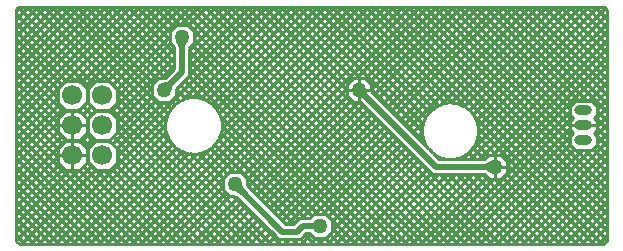
<source format=gbl>
G04*
G04 #@! TF.GenerationSoftware,Altium Limited,Altium Designer,21.6.1 (37)*
G04*
G04 Layer_Physical_Order=2*
G04 Layer_Color=16711680*
%FSLAX25Y25*%
%MOIN*%
G70*
G04*
G04 #@! TF.SameCoordinates,149CC93B-E584-47E2-A3B6-F303EE062418*
G04*
G04*
G04 #@! TF.FilePolarity,Positive*
G04*
G01*
G75*
%ADD13C,0.01000*%
%ADD31C,0.02000*%
%ADD33C,0.06693*%
%ADD34O,0.05906X0.03150*%
%ADD35C,0.05000*%
G36*
X52601Y53155D02*
X52430Y52974D01*
X52277Y52789D01*
X52143Y52602D01*
X52027Y52412D01*
X51929Y52218D01*
X51850Y52022D01*
X51788Y51823D01*
X51745Y51620D01*
X51719Y51415D01*
X51713Y51206D01*
X49238Y53681D01*
X49446Y53688D01*
X49652Y53713D01*
X49854Y53756D01*
X50054Y53818D01*
X50250Y53898D01*
X50443Y53996D01*
X50634Y54112D01*
X50821Y54246D01*
X51005Y54398D01*
X51186Y54569D01*
X52601Y53155D01*
D02*
G37*
G36*
X54118Y65106D02*
X54111Y65355D01*
X54088Y65593D01*
X54051Y65821D01*
X53998Y66037D01*
X53931Y66243D01*
X53848Y66439D01*
X53751Y66623D01*
X53638Y66797D01*
X53511Y66960D01*
X53368Y67112D01*
X56868D01*
X56726Y66960D01*
X56598Y66797D01*
X56486Y66623D01*
X56388Y66439D01*
X56306Y66243D01*
X56238Y66037D01*
X56186Y65821D01*
X56148Y65593D01*
X56126Y65355D01*
X56118Y65106D01*
X54118D01*
D02*
G37*
G36*
X74808Y16297D02*
X74627Y16468D01*
X74443Y16620D01*
X74256Y16754D01*
X74065Y16871D01*
X73872Y16968D01*
X73676Y17048D01*
X73476Y17110D01*
X73274Y17153D01*
X73068Y17178D01*
X72860Y17185D01*
X75335Y19660D01*
X75341Y19452D01*
X75367Y19246D01*
X75410Y19044D01*
X75472Y18844D01*
X75551Y18648D01*
X75649Y18454D01*
X75765Y18264D01*
X75899Y18077D01*
X76052Y17892D01*
X76223Y17711D01*
X74808Y16297D01*
D02*
G37*
G36*
X116147Y47793D02*
X115966Y47964D01*
X115781Y48116D01*
X115594Y48250D01*
X115404Y48367D01*
X115210Y48465D01*
X115014Y48544D01*
X114815Y48606D01*
X114612Y48649D01*
X114407Y48674D01*
X114198Y48681D01*
X116673Y51156D01*
X116680Y50948D01*
X116705Y50742D01*
X116749Y50540D01*
X116810Y50340D01*
X116890Y50144D01*
X116988Y49951D01*
X117104Y49760D01*
X117238Y49573D01*
X117391Y49389D01*
X117561Y49207D01*
X116147Y47793D01*
D02*
G37*
G36*
X155657Y26591D02*
X155906Y26598D01*
X156144Y26621D01*
X156372Y26658D01*
X156588Y26711D01*
X156794Y26778D01*
X156990Y26861D01*
X157174Y26958D01*
X157348Y27071D01*
X157511Y27198D01*
X157664Y27341D01*
Y23841D01*
X157511Y23983D01*
X157348Y24111D01*
X157174Y24223D01*
X156990Y24321D01*
X156794Y24403D01*
X156588Y24471D01*
X156372Y24523D01*
X156144Y24561D01*
X155906Y24583D01*
X155657Y24590D01*
Y26591D01*
D02*
G37*
D13*
X196850Y77740D02*
G03*
X195850Y78740I-1000J0D01*
G01*
Y0D02*
G03*
X196850Y1000I0J1000D01*
G01*
X1000Y78740D02*
G03*
X0Y77740I0J-1000D01*
G01*
Y1000D02*
G03*
X1000Y0I1000J0D01*
G01*
X184426Y78740D02*
X196850Y66316D01*
X181598Y78740D02*
X196850Y63487D01*
X178769Y78740D02*
X196850Y60659D01*
X175941Y78740D02*
X196850Y57831D01*
X173112Y78740D02*
X196850Y55002D01*
X170284Y78740D02*
X196850Y52174D01*
X195740Y78740D02*
X196850Y77630D01*
X192911Y78740D02*
X196850Y74801D01*
X190083Y78740D02*
X196850Y71973D01*
X187255Y78740D02*
X196850Y69144D01*
X164627Y78740D02*
X196850Y46517D01*
X161799Y78740D02*
X196850Y43688D01*
X154147Y28091D02*
X196850Y70794D01*
X161303Y29591D02*
X196850Y65138D01*
X158475Y29591D02*
X196850Y67966D01*
X156142Y78740D02*
X187437Y47445D01*
X158970Y78740D02*
X190265Y47445D01*
X153880Y39138D02*
X193482Y78740D01*
X167455D02*
X196850Y49345D01*
X153937Y36367D02*
X196234Y78664D01*
X150485Y78740D02*
X184524Y44701D01*
X150881Y44624D02*
X184997Y78740D01*
X149243Y45814D02*
X182169Y78740D01*
X153313D02*
X185335Y46719D01*
X152216Y43131D02*
X187826Y78740D01*
X141410Y46467D02*
X173683Y78740D01*
X124953Y44152D02*
X159541Y78740D01*
X123538Y45566D02*
X156713Y78740D01*
X147255Y46654D02*
X179340Y78740D01*
X144784Y47012D02*
X176512Y78740D01*
X147656D02*
X185006Y41390D01*
X142000Y78740D02*
X184678Y36062D01*
X139171Y78740D02*
X184524Y33388D01*
X153237Y41323D02*
X190654Y78740D01*
X148490Y28091D02*
X196850Y76451D01*
X127781Y41323D02*
X165198Y78740D01*
X129195Y39909D02*
X168026Y78740D01*
X126367Y42737D02*
X162370Y78740D01*
X144828D02*
X184524Y39044D01*
X130610Y38495D02*
X170855Y78740D01*
X193429Y44746D02*
X196850Y48167D01*
X192924Y41412D02*
X196850Y45339D01*
X192596Y46741D02*
X196850Y50995D01*
X193429Y44281D02*
X196850Y40860D01*
X193429Y39089D02*
X196850Y42510D01*
X192739Y42143D02*
X196850Y38032D01*
X191892Y47445D02*
X193429Y45908D01*
Y42833D02*
Y45908D01*
X190471Y47445D02*
X196850Y53824D01*
X192467Y41870D02*
X193429Y40907D01*
X192467Y41870D02*
X193429Y42833D01*
Y38624D02*
X196850Y35203D01*
X193429Y33432D02*
X196850Y36853D01*
X193253Y36084D02*
X196850Y39682D01*
X193429Y32967D02*
X196850Y29546D01*
X193429Y35796D02*
X196850Y32375D01*
X193429Y37833D02*
Y40907D01*
X192467Y36870D02*
X193429Y35908D01*
X192467Y36870D02*
X193429Y37833D01*
Y32833D02*
Y35908D01*
X191892Y31295D02*
X193429Y32833D01*
X186061Y47445D02*
X191892D01*
X187643D02*
X196850Y56652D01*
X184524Y45908D02*
X186061Y47445D01*
X188976Y39370D02*
X192929D01*
X185024D02*
X188976D01*
X184524Y42833D02*
X185486Y41870D01*
X184524Y40907D02*
X185486Y41870D01*
X184524Y42833D02*
Y45908D01*
Y37833D02*
X185486Y36870D01*
X184524Y37833D02*
Y40907D01*
Y35908D02*
X185486Y36870D01*
X184524Y32833D02*
Y35908D01*
X162790Y28249D02*
X196850Y62309D01*
X186061Y31295D02*
X191892D01*
X184524Y32833D02*
X186061Y31295D01*
X153825Y35802D02*
X160037Y29591D01*
X153139Y33659D02*
X157328Y29470D01*
X152083Y31887D02*
X155842Y28128D01*
X157449Y29591D02*
X161449D01*
X156006Y28148D02*
X157449Y29591D01*
X116178Y55176D02*
X139742Y78740D01*
X117592Y53762D02*
X142571Y78740D01*
X113355Y55181D02*
X136914Y78740D01*
X119296Y49808D02*
X148228Y78740D01*
X120710Y48394D02*
X151056Y78740D01*
X118173Y51514D02*
X145399Y78740D01*
X116173Y55181D02*
X118173Y53181D01*
Y51329D02*
Y53181D01*
X114173Y51181D02*
Y54681D01*
Y51181D02*
X117673D01*
X114173Y47681D02*
Y51181D01*
X122124Y46980D02*
X153884Y78740D01*
X116544D02*
X149928Y45356D01*
X113716Y78740D02*
X145461Y46995D01*
X147479Y46593D02*
X148912Y46000D01*
X145671Y46983D02*
X147192Y46680D01*
X143821Y47012D02*
X145372D01*
X118254Y50851D02*
X136896Y32208D01*
X118173Y51655D02*
X135974Y33854D01*
X142002Y46680D02*
X143523Y46983D01*
X140282Y46000D02*
X141715Y46593D01*
X112173Y55181D02*
X116173D01*
X110673Y51181D02*
X114173D01*
X91088Y78740D02*
X114647Y55181D01*
X112173Y47181D02*
X114026D01*
X110173Y49181D02*
X112173Y47181D01*
X88260Y78740D02*
X111996Y55004D01*
X85431Y78740D02*
X110582Y53590D01*
X82603Y78740D02*
X110173Y51170D01*
Y49181D02*
Y53181D01*
X112173Y55181D01*
X105230Y78740D02*
X138875Y45095D01*
X102402Y78740D02*
X137416Y43726D01*
X99573Y78740D02*
X136280Y42034D01*
X110887Y78740D02*
X142790Y46837D01*
X108059Y78740D02*
X140648Y46151D01*
X68264Y41203D02*
X105801Y78740D01*
X68437Y38548D02*
X108630Y78740D01*
X67573Y43341D02*
X102973Y78740D01*
X96745D02*
X135485Y40000D01*
X93916Y78740D02*
X135194Y37463D01*
X154000Y37609D02*
Y38384D01*
Y36833D02*
Y37609D01*
X153668Y40204D02*
X153971Y38683D01*
X153668Y35014D02*
X153971Y36535D01*
X152988Y33294D02*
X153581Y34727D01*
X150698Y44806D02*
X151795Y43710D01*
X151985Y43478D02*
X152847Y42188D01*
X149176Y45858D02*
X150466Y44997D01*
X152988Y41924D02*
X153581Y40491D01*
X151985Y31740D02*
X152846Y33029D01*
X150698Y30411D02*
X151795Y31508D01*
X149176Y29359D02*
X150466Y30221D01*
X149022Y29291D02*
X150223Y28091D01*
X147479Y28624D02*
X148912Y29218D01*
X145671Y28235D02*
X147192Y28537D01*
X140282Y29218D02*
X141715Y28624D01*
X140509Y28595D02*
X140883Y28969D01*
X139196Y29908D02*
X140017Y29359D01*
X143821Y28205D02*
X145372D01*
X142002Y28537D02*
X143523Y28235D01*
X138728Y44997D02*
X140017Y45858D01*
X137399Y43710D02*
X138496Y44806D01*
X136347Y42188D02*
X137209Y43478D01*
X135612Y40491D02*
X136206Y41924D01*
X132024Y37081D02*
X135739Y40795D01*
X68446Y39365D02*
Y40140D01*
X135223Y38683D02*
X135526Y40204D01*
X68114Y41960D02*
X68416Y40439D01*
X135194Y37609D02*
Y38384D01*
X68446Y38589D02*
Y39365D01*
X136347Y33029D02*
X136896Y32208D01*
X137209Y31740D01*
X135612Y34727D02*
X136206Y33294D01*
X138728Y30221D02*
X139196Y29908D01*
X137399Y31508D02*
X138496Y30411D01*
X135194Y36833D02*
Y37609D01*
X133438Y35666D02*
X135194Y37422D01*
X68114Y36770D02*
X68416Y38291D01*
X135223Y36535D02*
X135526Y35014D01*
X134852Y34252D02*
X135551Y34951D01*
X163449Y26079D02*
X196850Y59481D01*
Y1000D02*
Y77740D01*
X151318Y28091D02*
X196850Y73623D01*
X192082Y31486D02*
X196850Y26718D01*
X189444Y31295D02*
X196850Y23889D01*
X186616Y31295D02*
X196850Y21061D01*
X150714Y30428D02*
X153051Y28091D01*
X161449Y29591D02*
X163449Y27591D01*
X145855Y0D02*
X184524Y38669D01*
X159449Y25591D02*
Y29091D01*
X146988Y28497D02*
X147395Y28091D01*
X153983Y38473D02*
X192456Y0D01*
X162826D02*
X196850Y34025D01*
X152344Y42940D02*
X195284Y0D01*
X168482D02*
X196850Y28368D01*
X165654Y0D02*
X196850Y31196D01*
X151512Y0D02*
X184524Y33012D01*
X154340Y0D02*
X185848Y31508D01*
X148683Y0D02*
X184524Y35840D01*
X159997Y0D02*
X191292Y31295D01*
X157169Y0D02*
X188464Y31295D01*
X136343Y78740D02*
X196850Y18233D01*
X133514Y78740D02*
X196850Y15404D01*
X130686Y78740D02*
X196850Y12576D01*
X127857Y78740D02*
X196850Y9747D01*
X125029Y78740D02*
X196850Y6919D01*
X139196Y29908D02*
X141014Y28091D01*
X140842Y28986D02*
X141738Y28091D01*
X114504Y47101D02*
X137264Y24340D01*
X142833Y28091D02*
X143068Y28325D01*
X141014Y28091D02*
X155487D01*
X122201Y78740D02*
X196850Y4090D01*
X119372Y78740D02*
X196850Y1262D01*
X114192Y47151D02*
X161343Y0D01*
X143026D02*
X185191Y42165D01*
X140198Y0D02*
X184524Y44326D01*
X71289Y78740D02*
X150029Y0D01*
X74117Y78740D02*
X152858Y0D01*
X68461Y78740D02*
X147201Y0D01*
X79774Y78740D02*
X158514Y0D01*
X76946Y78740D02*
X155686Y0D01*
X163329Y23470D02*
X186799Y0D01*
X163449Y26178D02*
X189627Y0D01*
X161449Y21590D02*
X163449Y23591D01*
X159551Y21590D02*
X181142Y0D01*
X161914Y22056D02*
X183970Y0D01*
X155223Y23090D02*
X178314Y0D01*
X159449Y25591D02*
X162949D01*
X163449Y23591D02*
Y27591D01*
X159449Y22091D02*
Y25591D01*
X157449Y21590D02*
X161449D01*
X156006Y23033D02*
X157449Y21590D01*
X188281Y0D02*
X196850Y8569D01*
X191110Y0D02*
X196850Y5741D01*
X185453Y0D02*
X196850Y11397D01*
X193938Y0D02*
X196850Y2912D01*
X174139Y0D02*
X196850Y22711D01*
X176968Y0D02*
X196850Y19883D01*
X171311Y0D02*
X196850Y25540D01*
X182624Y0D02*
X196850Y14226D01*
X179796Y0D02*
X196850Y17054D01*
X138514Y23090D02*
X141014D01*
X138514D02*
X141014D01*
X120399Y0D02*
X143490Y23090D01*
X141014D02*
X155487D01*
X123228Y0D02*
X146318Y23090D01*
X137264Y24340D02*
X138514Y23090D01*
X137264Y24340D02*
X138514Y23090D01*
X111914Y0D02*
X136759Y24845D01*
X117571Y0D02*
X140661Y23090D01*
X114742Y0D02*
X138173Y23431D01*
X143909Y23090D02*
X167000Y0D01*
X146738Y23090D02*
X169828Y0D01*
X141081Y23090D02*
X164171Y0D01*
X152394Y23090D02*
X175485Y0D01*
X149566Y23090D02*
X172657Y0D01*
X128884D02*
X151975Y23090D01*
X131713Y0D02*
X154803Y23090D01*
X126056Y0D02*
X149146Y23090D01*
X137370Y0D02*
X158960Y21590D01*
X134541Y0D02*
X156790Y22249D01*
X87121Y9149D02*
X119789Y41816D01*
X94863Y8405D02*
X124031Y37573D01*
X85707Y10563D02*
X118374Y43230D01*
X102020Y9905D02*
X126859Y34745D01*
X104015Y9072D02*
X128274Y33331D01*
X99192Y9905D02*
X125445Y36159D01*
X81464Y14805D02*
X113840Y47181D01*
X82879Y13391D02*
X115546Y46058D01*
X80050Y16220D02*
X111592Y47762D01*
X99181Y9905D02*
X103181D01*
X84293Y11977D02*
X116960Y44644D01*
X105181Y7410D02*
X129688Y31916D01*
X105181Y4581D02*
X131102Y30502D01*
X103428Y0D02*
X132516Y29088D01*
X109085Y0D02*
X135345Y26259D01*
X106257Y0D02*
X133931Y27674D01*
X97681Y8405D02*
X99181Y9905D01*
X90066Y6437D02*
X122617Y38987D01*
X88535Y7734D02*
X121203Y40402D01*
X103181Y9905D02*
X105181Y7905D01*
X92960Y7156D02*
X94210Y8405D01*
X75518Y23001D02*
X131257Y78740D01*
X76835Y21489D02*
X134085Y78740D01*
X73373Y23685D02*
X128428Y78740D01*
X78636Y17634D02*
X110178Y49176D01*
X77222Y19048D02*
X110173Y52000D01*
X70835Y23685D02*
X74835D01*
X76835Y21685D01*
X68835D02*
X70835Y23685D01*
X76835Y19833D02*
Y21685D01*
X68835Y17685D02*
Y21685D01*
X68446Y39157D02*
X98439Y9164D01*
X68082Y36693D02*
X96369Y8405D01*
X67915Y42516D02*
X100526Y9905D01*
X76915Y19355D02*
X89833Y6437D01*
X76906Y19383D02*
X89852Y6437D01*
X70835Y15685D02*
X72687D01*
X72119D02*
X87804Y0D01*
X68835Y17685D02*
X70835Y15685D01*
X73165Y15605D02*
X86083Y2687D01*
X69487Y0D02*
X79128Y9641D01*
X105181Y3906D02*
Y7905D01*
X103181Y1905D02*
X105181Y3906D01*
X96710Y3405D02*
X97681D01*
X99181Y1905D02*
X103181D01*
X97681Y3405D02*
X99181Y1905D01*
X94210Y8405D02*
X96710D01*
X97681D01*
X94210D02*
X96710D01*
X95992Y2687D02*
X96710Y3405D01*
X94742Y1437D02*
X95992Y2687D01*
X104439Y3164D02*
X107603Y0D01*
X105181Y5250D02*
X110431Y0D01*
X100040Y1905D02*
X101946Y0D01*
X102869Y1905D02*
X104774Y0D01*
X100600D02*
X102506Y1905D01*
X94943Y0D02*
X98015Y3072D01*
X96211Y2906D02*
X99117Y0D01*
X94742Y1437D02*
X95992Y2687D01*
X97772Y0D02*
X99677Y1905D01*
X94797Y1492D02*
X96289Y0D01*
X92960Y7156D02*
X94210Y8405D01*
X92242Y6437D02*
X92960Y7156D01*
X89833Y1437D02*
X92242D01*
X94742D01*
X92242D02*
X94742D01*
X89833Y6437D02*
X92242D01*
X86083Y2687D02*
X87333Y1437D01*
X86083Y2687D02*
X87333Y1437D01*
X89833D01*
X87333D02*
X89833D01*
X89195D02*
X90632Y0D01*
X89286D02*
X90723Y1437D01*
X86458Y0D02*
X87895Y1437D01*
X92115Y0D02*
X93552Y1437D01*
X92024D02*
X93461Y0D01*
X75144D02*
X81957Y6813D01*
X77973Y0D02*
X83371Y5398D01*
X72316Y0D02*
X80543Y8227D01*
X83630Y0D02*
X86200Y2570D01*
X80801Y0D02*
X84785Y3984D01*
X57325Y72691D02*
X63375Y78740D01*
X58739Y71276D02*
X66203Y78740D01*
X54704Y72898D02*
X60546Y78740D01*
X59118Y68827D02*
X69032Y78740D01*
X57675Y65455D02*
X59118Y66898D01*
X57618Y64498D02*
X71860Y78740D01*
X53118Y72898D02*
X57118D01*
X59118Y70898D01*
X51118D02*
X53118Y72898D01*
X59118Y66898D02*
Y70898D01*
X51118Y66898D02*
Y70898D01*
X61402Y48483D02*
X91659Y78740D01*
X63445Y47697D02*
X94487Y78740D01*
X58859Y48768D02*
X88831Y78740D01*
X66513Y45109D02*
X100144Y78740D01*
X65140Y46564D02*
X97316Y78740D01*
X57618Y58842D02*
X77517Y78740D01*
X57618Y58842D02*
X77517Y78740D01*
X57618Y61670D02*
X74688Y78740D01*
X57618Y56013D02*
X80345Y78740D01*
X55223Y47961D02*
X86002Y78740D01*
X45833D02*
X52397Y72176D01*
X37348Y78740D02*
X52618Y63470D01*
X34519Y78740D02*
X52618Y60641D01*
X48662Y78740D02*
X54504Y72898D01*
X1000Y78740D02*
X195850D01*
X43005D02*
X51118Y70627D01*
X28863Y78740D02*
X50942Y56661D01*
X26034Y78740D02*
X49520Y55254D01*
X40176Y78740D02*
X51118Y67798D01*
X31691Y78740D02*
X52356Y58075D01*
X27537Y54216D02*
X52061Y78740D01*
X30366Y54216D02*
X54889Y78740D01*
X14720D02*
X50396Y43064D01*
X33468Y51662D02*
X51118Y69312D01*
X32120Y53142D02*
X57718Y78740D01*
X23206D02*
X46989Y54957D01*
X22877Y52385D02*
X49233Y78740D01*
X21463Y53799D02*
X46404Y78740D01*
X11892D02*
X49755Y40877D01*
X9064Y78740D02*
X49707Y38097D01*
X56368Y54587D02*
X57618Y55837D01*
X56368Y54587D02*
X57618Y55837D01*
X54692Y52911D02*
X58834Y48768D01*
X58267D02*
X59818D01*
X60116Y48739D02*
X61637Y48436D01*
X56447D02*
X57968Y48739D01*
X57618Y55837D02*
Y58337D01*
Y55837D02*
Y58337D01*
Y64936D01*
X53293Y51511D02*
X56368Y54587D01*
X53213Y49181D02*
Y51033D01*
X63622Y47614D02*
X64911Y46753D01*
X65143Y46562D02*
X66240Y45466D01*
X61924Y48349D02*
X63357Y47756D01*
X67433Y43680D02*
X68027Y42247D01*
X66430Y45234D02*
X67292Y43944D01*
X53286Y51489D02*
X56370Y48404D01*
X56106Y54325D02*
X62193Y48238D01*
X52989Y48957D02*
X54384Y47562D01*
X54727Y47756D02*
X56160Y48349D01*
X53173Y46753D02*
X54463Y47614D01*
X51118Y66898D02*
X52561Y65455D01*
X52618Y58337D02*
Y64936D01*
X48301Y55181D02*
X52618Y59498D01*
X51213Y47181D02*
X53213Y49181D01*
X49543Y55261D02*
X52618Y58337D01*
X47213Y55181D02*
X49065D01*
X45213Y53181D02*
X47213Y55181D01*
X33468Y48834D02*
X51325Y66691D01*
X47213Y47181D02*
X51213D01*
X45213Y49181D02*
X47213Y47181D01*
X51574Y47543D02*
X52748Y46369D01*
X32777Y42485D02*
X52618Y62327D01*
X31362Y43900D02*
X52587Y65125D01*
X51845Y45466D02*
X52941Y46562D01*
X50793Y43944D02*
X51654Y45234D01*
X50058Y42247D02*
X50651Y43680D01*
X49668Y40439D02*
X49971Y41960D01*
X49108Y47181D02*
X51414Y44875D01*
X49639Y38589D02*
Y39365D01*
Y40140D01*
X6235Y78740D02*
X30759Y54216D01*
X16224D02*
X40747Y78740D01*
X3407D02*
X27930Y54216D01*
X26199D02*
X31045D01*
X20377Y78740D02*
X45575Y53543D01*
X19052Y54216D02*
X43576Y78740D01*
X16199Y54216D02*
X21045D01*
X13776Y51793D02*
X16199Y54216D01*
X644Y78675D02*
X25650Y53668D01*
X23776Y51793D02*
X26199Y54216D01*
X21045D02*
X23469Y51793D01*
X31045Y54216D02*
X33468Y51793D01*
X30759Y54216D02*
X33468Y51507D01*
X17549Y78740D02*
X45213Y51076D01*
Y49181D02*
Y53181D01*
X33468Y40349D02*
X45213Y52093D01*
X0Y59519D02*
X15751Y43769D01*
X0Y56691D02*
X14337Y42354D01*
X0Y62348D02*
X13776Y48572D01*
Y51769D02*
X16224Y54216D01*
X0Y53863D02*
X13776Y40087D01*
X0Y63449D02*
X15291Y78740D01*
X0Y60620D02*
X18120Y78740D01*
X0Y66277D02*
X12463Y78740D01*
X0Y54964D02*
X23777Y78740D01*
X0Y57792D02*
X20948Y78740D01*
X0Y77591D02*
X1149Y78740D01*
X0Y74763D02*
X3978Y78740D01*
X0Y69106D02*
X9634Y78740D01*
X0Y71934D02*
X6806Y78740D01*
X0Y49307D02*
X29433Y78740D01*
X0Y46478D02*
X32262Y78740D01*
X0Y52135D02*
X26605Y78740D01*
X0Y40821D02*
X37919Y78740D01*
X0Y43650D02*
X35090Y78740D01*
X0Y73662D02*
X19445Y54216D01*
X0Y70833D02*
X16617Y54216D01*
X0Y76490D02*
X24236Y52254D01*
X0Y65176D02*
X13776Y51401D01*
X0Y68005D02*
X14994Y53011D01*
X33468Y46947D02*
Y51793D01*
X23776Y46947D02*
X26199Y44524D01*
X23776Y47058D02*
X26309Y44524D01*
X31045D02*
X33468Y46947D01*
X26199Y44524D02*
X31045D01*
X23469Y50193D02*
X23776Y49886D01*
Y46947D02*
Y51793D01*
X23469Y50148D02*
X23776Y50455D01*
X23469Y47365D02*
X23776Y47058D01*
X23469Y47319D02*
X23776Y47626D01*
X28851Y44216D02*
X29158Y44524D01*
X29138D02*
X29445Y44216D01*
X26309Y44524D02*
X26617Y44216D01*
X31045D02*
X33468Y41793D01*
X26199Y44216D02*
X31045D01*
X23776Y41793D02*
X26199Y44216D01*
X23469Y41708D02*
X23776Y41401D01*
X23469Y41662D02*
X26330Y44524D01*
X23469Y38879D02*
X23776Y38572D01*
X23469Y38834D02*
X23776Y39141D01*
X23469Y46947D02*
Y51793D01*
X21045Y44524D02*
X23469Y46947D01*
X20673Y44524D02*
X23469Y47319D01*
X16199Y44216D02*
X21045D01*
X16199Y44524D02*
X21045D01*
X13776Y46947D02*
X16199Y44524D01*
X17537Y44216D02*
X17844Y44524D01*
X13776Y46947D02*
Y51793D01*
X20366Y44216D02*
X20673Y44524D01*
X17824D02*
X18131Y44216D01*
X22120Y43142D02*
X24850Y45872D01*
X22263Y45742D02*
X24994Y43011D01*
X21045Y44216D02*
X23469Y41793D01*
X20960Y44216D02*
X23469Y41708D01*
X18622Y39370D02*
X22968D01*
X20653Y44524D02*
X20960Y44216D01*
X13776Y41793D02*
X16199Y44216D01*
X0Y37993D02*
X13776Y51769D01*
X18622Y39370D02*
Y43716D01*
X14276Y39370D02*
X18622D01*
X66866Y34148D02*
X111458Y78740D01*
X44032Y0D02*
X122772Y78740D01*
X41203Y0D02*
X119943Y78740D01*
X51490D02*
X130230Y0D01*
X54318Y78740D02*
X133059Y0D01*
X46860D02*
X125600Y78740D01*
X50058Y36483D02*
X50651Y35050D01*
X67433Y35050D02*
X68027Y36483D01*
X49668Y38291D02*
X49971Y36770D01*
X66430Y33496D02*
X67292Y34785D01*
X50793D02*
X51654Y33496D01*
X59975Y78740D02*
X138716Y0D01*
X62804Y78740D02*
X141544Y0D01*
X57147Y78740D02*
X135887Y0D01*
X65632Y78740D02*
X144372Y0D01*
X59118Y68284D02*
X127402Y0D01*
X57618Y61298D02*
X118916Y0D01*
X58397Y66176D02*
X124573Y0D01*
X57618Y64127D02*
X121745Y0D01*
X57618Y58470D02*
X116088Y0D01*
X57521Y55739D02*
X113260Y0D01*
X33433Y31828D02*
X48786Y47181D01*
X33468Y29035D02*
X83174Y78740D01*
X7262Y0D02*
X50446Y43184D01*
X12919Y0D02*
X49924Y37005D01*
X10090Y0D02*
X49639Y39549D01*
X33468Y37520D02*
X45213Y49264D01*
X32019Y33243D02*
X46585Y47809D01*
X32019Y33243D02*
X46585Y47809D01*
X0Y36892D02*
X36892Y0D01*
X0Y39720D02*
X39720Y0D01*
X35546D02*
X114286Y78740D01*
X38375Y0D02*
X117115Y78740D01*
X33468Y51507D02*
X84975Y0D01*
X33468Y48678D02*
X82147Y0D01*
X32920Y46398D02*
X79318Y0D01*
X33468Y40193D02*
X73662Y0D01*
X33468Y37365D02*
X70833Y0D01*
X31506Y44984D02*
X76490Y0D01*
X32263Y35741D02*
X68005Y0D01*
X15747D02*
X50710Y34963D01*
X65143Y32167D02*
X66240Y33264D01*
X64552Y31737D02*
X72604Y23685D01*
X63622Y31115D02*
X64911Y31977D01*
X62742Y30719D02*
X70305Y23155D01*
X61924Y30380D02*
X63357Y30974D01*
X54727D02*
X56160Y30380D01*
X56447Y30294D02*
X57968Y29991D01*
X53173Y31977D02*
X54463Y31115D01*
X60116Y29991D02*
X61637Y30294D01*
X58267Y29961D02*
X59818D01*
X67239Y34707D02*
X93875Y8071D01*
X66047Y33071D02*
X92461Y6656D01*
X61002Y0D02*
X74886Y13884D01*
X66659Y0D02*
X77714Y11055D01*
X63831Y0D02*
X76300Y12470D01*
X60554Y30078D02*
X68891Y21741D01*
X57774Y30029D02*
X68835Y18969D01*
X52517Y0D02*
X69518Y17002D01*
X58174Y0D02*
X73472Y15298D01*
X55345Y0D02*
X71030Y15685D01*
X51845Y33264D02*
X52941Y32167D01*
X21404Y0D02*
X53298Y31894D01*
X18576Y0D02*
X51843Y33267D01*
X24232Y0D02*
X55066Y30834D01*
X1000Y0D02*
X195850D01*
X31045Y34216D02*
X33468Y31793D01*
X22364Y25842D02*
X48206Y0D01*
X0Y34064D02*
X34064Y0D01*
X20854Y24524D02*
X45377Y0D01*
X18025Y24524D02*
X42549Y0D01*
X32718D02*
X64259Y31541D01*
X33468Y31708D02*
X65176Y0D01*
X29889D02*
X59859Y29970D01*
X49688Y0D02*
X68835Y19146D01*
X33468Y28879D02*
X62348Y0D01*
X31606Y25085D02*
X56691Y0D01*
X33020Y26499D02*
X59519Y0D01*
X27061D02*
X57204Y30143D01*
X29339Y24524D02*
X53863Y0D01*
X26511Y24524D02*
X51034Y0D01*
X33468Y36947D02*
Y41793D01*
X31045Y34524D02*
X33468Y36947D01*
X23776D02*
X26199Y34524D01*
Y34216D02*
X31045D01*
X27336D02*
X27643Y34524D01*
X26199D02*
X31045D01*
X23469Y36947D02*
Y41793D01*
X23776Y36947D02*
Y41793D01*
X21045Y34524D02*
X23469Y36947D01*
X19339Y34524D02*
X19646Y34216D01*
X18851D02*
X19158Y34524D01*
X30165Y34216D02*
X30472Y34524D01*
X30653D02*
X30960Y34216D01*
X27824Y34524D02*
X28131Y34216D01*
X30960D02*
X33468Y31708D01*
X23776Y31793D02*
X26199Y34216D01*
X23021Y36499D02*
X25751Y33769D01*
X22777Y32485D02*
X25507Y35216D01*
X21362Y33900D02*
X24093Y36630D01*
X21606Y35085D02*
X24337Y32354D01*
X21045Y34216D02*
X23469Y31793D01*
X18622Y35024D02*
Y39370D01*
X16511Y34524D02*
X16818Y34216D01*
X13776Y37259D02*
X16511Y34524D01*
X16199Y34216D02*
X21045D01*
X16199Y34524D02*
X21045D01*
X0Y35165D02*
X13776Y48940D01*
X0Y48206D02*
X15094Y33112D01*
X0Y51034D02*
X13776Y37259D01*
Y36947D02*
X16199Y34524D01*
X13776Y36947D02*
Y41793D01*
X0Y29508D02*
X15607Y45115D01*
X0Y21022D02*
X14850Y35872D01*
X0Y32336D02*
X14193Y46529D01*
X13776Y31793D02*
X16199Y34216D01*
X0Y18194D02*
X16330Y34524D01*
X0Y45377D02*
X13776Y31602D01*
X0Y42549D02*
X13776Y28773D01*
X0Y1000D02*
Y77740D01*
Y23851D02*
X13776Y37626D01*
X0Y26679D02*
X13776Y40455D01*
X23469Y30394D02*
X23776Y30087D01*
Y26947D02*
Y31793D01*
X23469Y30349D02*
X23776Y30656D01*
X23469Y27566D02*
X23776Y27259D01*
X23469Y27520D02*
X23776Y27827D01*
X18622Y29370D02*
Y33716D01*
X23469Y26947D02*
Y31793D01*
X13776Y26947D02*
Y31793D01*
X18622Y29370D02*
X22968D01*
X14276D02*
X18622D01*
X33468Y26947D02*
Y31793D01*
X31045Y24524D02*
X33468Y26947D01*
X23776Y27259D02*
X26511Y24524D01*
X26199D02*
X31045D01*
X4433Y0D02*
X28957Y24524D01*
X18622Y25024D02*
Y29370D01*
X21045Y24524D02*
X23469Y26947D01*
X13776D02*
X16199Y24524D01*
X23776Y26947D02*
X26199Y24524D01*
X16199D02*
X21045D01*
X0Y1223D02*
X24749Y25973D01*
X0Y1223D02*
X24749Y25973D01*
X0Y31235D02*
X31235Y0D01*
X0Y4052D02*
X20472Y24524D01*
X0Y6880D02*
X17643Y24524D01*
X0Y12537D02*
X14093Y26630D01*
X0Y9709D02*
X15507Y25216D01*
X0Y15366D02*
X13776Y29141D01*
X0Y2951D02*
X2951Y0D01*
X0Y25578D02*
X25578Y0D01*
X1605D02*
X26164Y24559D01*
X0Y28407D02*
X28407Y0D01*
X0Y19921D02*
X19921Y0D01*
X0Y22750D02*
X22750Y0D01*
X0Y14265D02*
X14265Y0D01*
X0Y11436D02*
X11436Y0D01*
X0Y17093D02*
X17093Y0D01*
X0Y5779D02*
X5779Y0D01*
X0Y8608D02*
X8608Y0D01*
D31*
X93492Y3937D02*
X95460Y5906D01*
X101181D01*
X88583Y3937D02*
X93492D01*
X72835Y19685D02*
X88583Y3937D01*
X114173Y51181D02*
X139764Y25591D01*
X159449D01*
X55118Y57087D02*
Y68898D01*
X49213Y51181D02*
X55118Y57087D01*
D33*
X28622Y29370D02*
D03*
Y39370D02*
D03*
Y49370D02*
D03*
X18622Y29370D02*
D03*
Y39370D02*
D03*
Y49370D02*
D03*
D34*
X188976Y44370D02*
D03*
Y39370D02*
D03*
Y34370D02*
D03*
D35*
X101181Y5906D02*
D03*
X114173Y51181D02*
D03*
X72835Y19685D02*
D03*
X159449Y25591D02*
D03*
X49213Y51181D02*
D03*
X55118Y68898D02*
D03*
M02*

</source>
